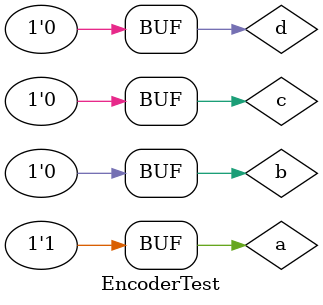
<source format=v>
`timescale 1ns / 1ps


module EncoderTest;

	// Inputs
	reg a;
	reg b;
	reg c;
	reg d;

	// Outputs
	wire x;
	wire y;

	// Instantiate the Unit Under Test (UUT)
	Encoder uut (
		.a(a), 
		.b(b), 
		.c(c), 
		.d(d), 
		.x(x), 
		.y(y)
	);

	initial begin
		// Initialize Inputs
		a = 0;
		b = 0;
		c = 0;
		d = 0;

		// Wait 100 ns for global reset to finish
		#100;
        a = 0;
		b = 0;
		c = 0;
		d = 1;

		#100;
        a = 0;
		b = 0;
		c = 1;
		d = 0;

		#100;
        a = 0;
		b = 1;
		c = 0;
		d = 0;

		#100;
        a = 1;
		b = 0;
		c = 0;
		d = 0;

	end
      
    initial begin
		$monitor("%d %d %d %d | %d %d", a, b, c, d, x, y);
	end  

 
endmodule


</source>
